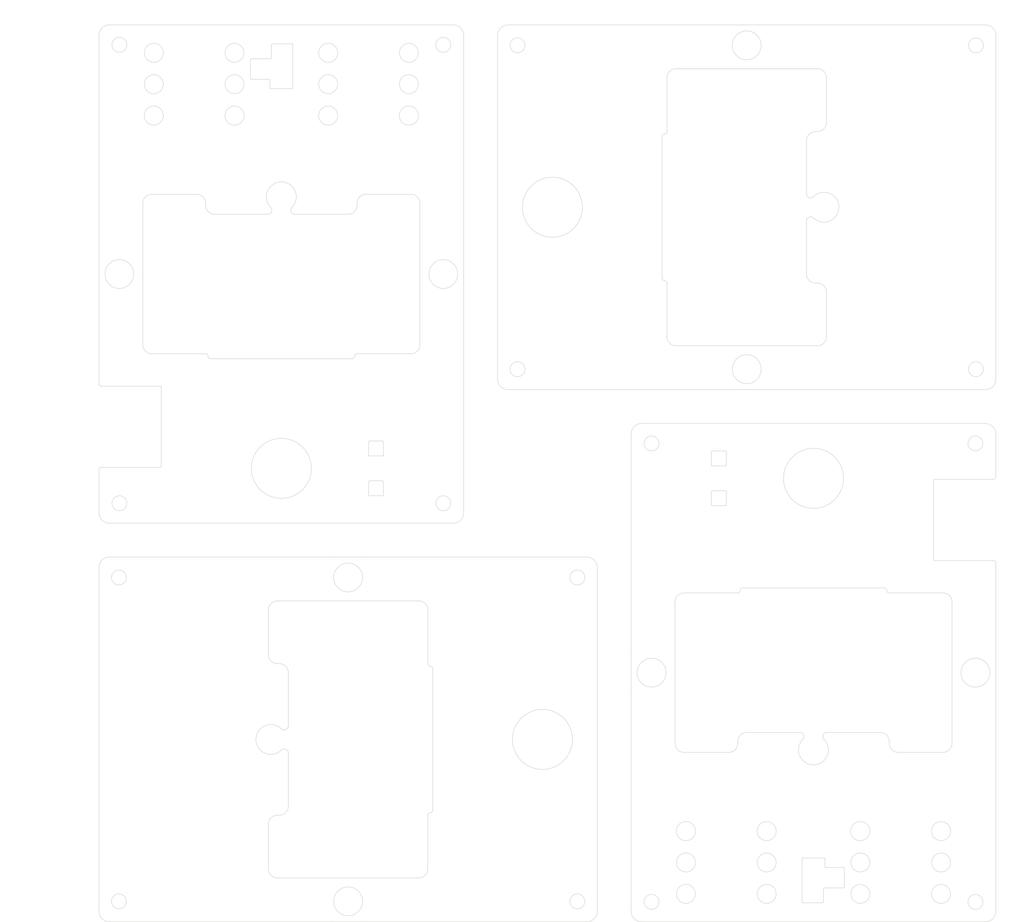
<source format=kicad_pcb>
(kicad_pcb (version 20171130) (host pcbnew "(5.1.6)-1")

  (general
    (thickness 1.6)
    (drawings 375)
    (tracks 0)
    (zones 0)
    (modules 0)
    (nets 1)
  )

  (page A4)
  (layers
    (0 F.Cu signal)
    (31 B.Cu signal)
    (32 B.Adhes user)
    (33 F.Adhes user)
    (34 B.Paste user)
    (35 F.Paste user)
    (36 B.SilkS user)
    (37 F.SilkS user)
    (38 B.Mask user)
    (39 F.Mask user)
    (40 Dwgs.User user)
    (41 Cmts.User user)
    (42 Eco1.User user)
    (43 Eco2.User user)
    (44 Edge.Cuts user)
    (45 Margin user)
    (46 B.CrtYd user)
    (47 F.CrtYd user)
    (48 B.Fab user)
    (49 F.Fab user)
  )

  (setup
    (last_trace_width 0.25)
    (user_trace_width 0.3)
    (user_trace_width 0.4)
    (user_trace_width 0.5)
    (user_trace_width 0.75)
    (user_trace_width 1)
    (user_trace_width 2)
    (user_trace_width 3)
    (user_trace_width 0.3)
    (user_trace_width 0.4)
    (user_trace_width 0.5)
    (user_trace_width 0.75)
    (user_trace_width 1)
    (user_trace_width 2)
    (user_trace_width 3)
    (user_trace_width 0.3)
    (user_trace_width 0.4)
    (user_trace_width 0.5)
    (user_trace_width 0.75)
    (user_trace_width 1)
    (user_trace_width 2)
    (user_trace_width 3)
    (user_trace_width 0.3)
    (user_trace_width 0.4)
    (user_trace_width 0.5)
    (user_trace_width 0.75)
    (user_trace_width 1)
    (user_trace_width 2)
    (user_trace_width 3)
    (user_trace_width 0.3)
    (user_trace_width 0.4)
    (user_trace_width 0.5)
    (user_trace_width 0.75)
    (user_trace_width 1)
    (user_trace_width 2)
    (user_trace_width 3)
    (user_trace_width 0.3)
    (user_trace_width 0.4)
    (user_trace_width 0.5)
    (user_trace_width 0.75)
    (user_trace_width 1)
    (user_trace_width 2)
    (user_trace_width 3)
    (user_trace_width 0.3)
    (user_trace_width 0.4)
    (user_trace_width 0.5)
    (user_trace_width 0.75)
    (user_trace_width 1)
    (user_trace_width 2)
    (user_trace_width 3)
    (user_trace_width 0.3)
    (user_trace_width 0.4)
    (user_trace_width 0.5)
    (user_trace_width 0.75)
    (user_trace_width 1)
    (user_trace_width 2)
    (user_trace_width 3)
    (user_trace_width 0.3)
    (user_trace_width 0.4)
    (user_trace_width 0.5)
    (user_trace_width 0.75)
    (user_trace_width 1)
    (user_trace_width 2)
    (user_trace_width 3)
    (user_trace_width 0.3)
    (user_trace_width 0.4)
    (user_trace_width 0.5)
    (user_trace_width 0.75)
    (user_trace_width 1)
    (user_trace_width 2)
    (user_trace_width 3)
    (user_trace_width 0.3)
    (user_trace_width 0.4)
    (user_trace_width 0.5)
    (user_trace_width 0.75)
    (user_trace_width 1)
    (user_trace_width 2)
    (user_trace_width 3)
    (user_trace_width 0.3)
    (user_trace_width 0.4)
    (user_trace_width 0.5)
    (user_trace_width 0.75)
    (user_trace_width 1)
    (user_trace_width 2)
    (user_trace_width 3)
    (user_trace_width 0.3)
    (user_trace_width 0.4)
    (user_trace_width 0.5)
    (user_trace_width 0.75)
    (user_trace_width 1)
    (user_trace_width 2)
    (user_trace_width 3)
    (user_trace_width 0.3)
    (user_trace_width 0.4)
    (user_trace_width 0.5)
    (user_trace_width 0.75)
    (user_trace_width 1)
    (user_trace_width 2)
    (user_trace_width 3)
    (user_trace_width 0.3)
    (user_trace_width 0.4)
    (user_trace_width 0.5)
    (user_trace_width 0.75)
    (user_trace_width 1)
    (user_trace_width 2)
    (user_trace_width 3)
    (user_trace_width 0.3)
    (user_trace_width 0.4)
    (user_trace_width 0.5)
    (user_trace_width 0.75)
    (user_trace_width 1)
    (user_trace_width 2)
    (user_trace_width 3)
    (trace_clearance 0.2)
    (zone_clearance 0.5)
    (zone_45_only yes)
    (trace_min 0.16)
    (via_size 0.8)
    (via_drill 0.4)
    (via_min_size 0.4)
    (via_min_drill 0.3)
    (user_via 0.65 0.3)
    (user_via 0.65 0.3)
    (user_via 0.65 0.3)
    (user_via 0.65 0.3)
    (user_via 0.65 0.3)
    (user_via 0.65 0.3)
    (user_via 0.65 0.3)
    (user_via 0.65 0.3)
    (user_via 0.65 0.3)
    (user_via 0.65 0.3)
    (user_via 0.65 0.3)
    (user_via 0.65 0.3)
    (user_via 0.65 0.3)
    (user_via 0.65 0.3)
    (user_via 0.65 0.3)
    (user_via 0.65 0.3)
    (uvia_size 0.3)
    (uvia_drill 0.1)
    (uvias_allowed no)
    (uvia_min_size 0.2)
    (uvia_min_drill 0.1)
    (edge_width 0.1)
    (segment_width 0.2)
    (pcb_text_width 0.3)
    (pcb_text_size 1.5 1.5)
    (mod_edge_width 0.15)
    (mod_text_size 1 1)
    (mod_text_width 0.15)
    (pad_size 5.5 5.5)
    (pad_drill 3.2)
    (pad_to_mask_clearance 0.05)
    (aux_axis_origin 110.9 49)
    (grid_origin 110.9 49)
    (visible_elements 7FFFFFFF)
    (pcbplotparams
      (layerselection 0x01000_7ffffffe)
      (usegerberextensions false)
      (usegerberattributes false)
      (usegerberadvancedattributes false)
      (creategerberjobfile false)
      (excludeedgelayer true)
      (linewidth 0.100000)
      (plotframeref false)
      (viasonmask false)
      (mode 1)
      (useauxorigin true)
      (hpglpennumber 1)
      (hpglpenspeed 20)
      (hpglpendiameter 15.000000)
      (psnegative false)
      (psa4output false)
      (plotreference true)
      (plotvalue true)
      (plotinvisibletext false)
      (padsonsilk false)
      (subtractmaskfromsilk true)
      (outputformat 3)
      (mirror false)
      (drillshape 0)
      (scaleselection 1)
      (outputdirectory "アクリル/"))
  )

  (net 0 "")

  (net_class Default "これはデフォルトのネット クラスです。"
    (clearance 0.2)
    (trace_width 0.25)
    (via_dia 0.8)
    (via_drill 0.4)
    (uvia_dia 0.3)
    (uvia_drill 0.1)
  )

  (dimension 180 (width 0.15) (layer Cmts.User)
    (gr_text "180.000 mm" (at 295.2 139 270) (layer Cmts.User)
      (effects (font (size 1 1) (thickness 0.15)))
    )
    (feature1 (pts (xy 113 229) (xy 294.486421 229)))
    (feature2 (pts (xy 113 49) (xy 294.486421 49)))
    (crossbar (pts (xy 293.9 49) (xy 293.9 229)))
    (arrow1a (pts (xy 293.9 229) (xy 293.313579 227.873496)))
    (arrow1b (pts (xy 293.9 229) (xy 294.486421 227.873496)))
    (arrow2a (pts (xy 293.9 49) (xy 293.313579 50.126504)))
    (arrow2b (pts (xy 293.9 49) (xy 294.486421 50.126504)))
  )
  (dimension 180 (width 0.15) (layer Cmts.User)
    (gr_text "180.000 mm" (at 200.9 44.7) (layer Cmts.User)
      (effects (font (size 1 1) (thickness 0.15)))
    )
    (feature1 (pts (xy 110.9 226.9) (xy 110.9 45.413579)))
    (feature2 (pts (xy 290.9 226.9) (xy 290.9 45.413579)))
    (crossbar (pts (xy 290.9 46) (xy 110.9 46)))
    (arrow1a (pts (xy 110.9 46) (xy 112.026504 45.413579)))
    (arrow1b (pts (xy 110.9 46) (xy 112.026504 46.586421)))
    (arrow2a (pts (xy 290.9 46) (xy 289.773496 45.413579)))
    (arrow2b (pts (xy 290.9 46) (xy 289.773496 46.586421)))
  )
  (gr_line (start 236.6 145.5) (end 234 145.5) (layer Edge.Cuts) (width 0.1) (tstamp 600B9F5F))
  (gr_line (start 234 142.5) (end 236.6 142.5) (layer Edge.Cuts) (width 0.1) (tstamp 600B9F5E))
  (gr_line (start 236.8 137.3) (end 236.8 134.7) (layer Edge.Cuts) (width 0.1) (tstamp 600B9F5D))
  (gr_arc (start 234 137.3) (end 233.8 137.3) (angle -90) (layer Edge.Cuts) (width 0.1) (tstamp 600B9F5C))
  (gr_line (start 236.6 134.5) (end 234 134.5) (layer Edge.Cuts) (width 0.1) (tstamp 600B9F5B))
  (gr_line (start 234 137.5) (end 236.6 137.5) (layer Edge.Cuts) (width 0.1) (tstamp 600B9F5A))
  (gr_arc (start 234 142.7) (end 234 142.5) (angle -90) (layer Edge.Cuts) (width 0.1) (tstamp 600B9F59))
  (gr_line (start 236.8 142.7) (end 236.8 145.3) (layer Edge.Cuts) (width 0.1) (tstamp 600B9F58))
  (gr_arc (start 236.6 137.3) (end 236.6 137.5) (angle -90) (layer Edge.Cuts) (width 0.1) (tstamp 600B9F57))
  (gr_line (start 233.8 134.7) (end 233.8 137.3) (layer Edge.Cuts) (width 0.1) (tstamp 600B9F56))
  (gr_arc (start 236.6 142.7) (end 236.8 142.7) (angle -90) (layer Edge.Cuts) (width 0.1) (tstamp 600B9F55))
  (gr_arc (start 278.6 156.3) (end 278.4 156.3) (angle -90) (layer Edge.Cuts) (width 0.1) (tstamp 600B9F54))
  (gr_arc (start 240.9 118.1) (end 238 118.1) (angle -180) (layer Edge.Cuts) (width 0.1) (tstamp 600B9F53))
  (gr_arc (start 201.9 85.6) (end 202.4 91.6) (angle -350.4727166) (layer Edge.Cuts) (width 0.1) (tstamp 600B9F52))
  (gr_line (start 233.8 145.3) (end 233.8 142.7) (layer Edge.Cuts) (width 0.1) (tstamp 600B9F51))
  (gr_arc (start 278.6 140.4) (end 278.6 140.2) (angle -90) (layer Edge.Cuts) (width 0.1) (tstamp 600B9F50))
  (gr_arc (start 236.6 145.3) (end 236.6 145.5) (angle -90) (layer Edge.Cuts) (width 0.1) (tstamp 600B9F4F))
  (gr_arc (start 234 145.3) (end 233.8 145.3) (angle -90) (layer Edge.Cuts) (width 0.1) (tstamp 600B9F4E))
  (gr_arc (start 236.6 134.7) (end 236.8 134.7) (angle -90) (layer Edge.Cuts) (width 0.1) (tstamp 600B9F4D))
  (gr_arc (start 234 134.7) (end 234 134.5) (angle -90) (layer Edge.Cuts) (width 0.1) (tstamp 600B9F4C))
  (gr_circle (center 279.9 210.8) (end 281.8 210.6) (layer Edge.Cuts) (width 0.1) (tstamp 600B9F4B))
  (gr_circle (center 286.8 225) (end 285.3 225) (layer Edge.Cuts) (width 0.1) (tstamp 600B9F4A))
  (gr_circle (center 279.9 223.4) (end 281.8 223.3) (layer Edge.Cuts) (width 0.1) (tstamp 600B9F49))
  (gr_line (start 290.4 156.5) (end 278.6 156.5) (layer Edge.Cuts) (width 0.1) (tstamp 600B9F48))
  (gr_arc (start 288.8 226.9) (end 288.8 229) (angle -90) (layer Edge.Cuts) (width 0.1) (tstamp 600B9F47))
  (gr_circle (center 263.7 217.1) (end 265.6 217) (layer Edge.Cuts) (width 0.1) (tstamp 600B9F46))
  (gr_arc (start 288.8 131.1) (end 290.9 131.1) (angle -90) (layer Edge.Cuts) (width 0.1) (tstamp 600B9F45))
  (gr_arc (start 219.8 131.1) (end 219.8 129) (angle -90) (layer Edge.Cuts) (width 0.1) (tstamp 600B9F44))
  (gr_arc (start 219.8 226.9) (end 217.7 226.9) (angle -90) (layer Edge.Cuts) (width 0.1) (tstamp 600B9F43))
  (gr_line (start 219.8 229) (end 288.8 229) (layer Edge.Cuts) (width 0.1) (tstamp 600B9F42))
  (gr_line (start 271.3 195) (end 280.3 195) (layer Edge.Cuts) (width 0.1) (tstamp 600B9F41))
  (gr_circle (center 221.8 133) (end 220.3 133) (layer Edge.Cuts) (width 0.1) (tstamp 600B9F40))
  (gr_line (start 268.5 162) (end 240.1 162) (layer Edge.Cuts) (width 0.1) (tstamp 600B9F3F))
  (gr_line (start 290.9 139.7) (end 290.9 131.1) (layer Edge.Cuts) (width 0.1) (tstamp 600B9F3E))
  (gr_line (start 239.1 163) (end 228.3 163) (layer Edge.Cuts) (width 0.1) (tstamp 600B9F3D))
  (gr_circle (center 263.7 210.8) (end 265.6 210.5) (layer Edge.Cuts) (width 0.1) (tstamp 600B9F3C))
  (gr_line (start 288.8 129) (end 219.8 129) (layer Edge.Cuts) (width 0.1) (tstamp 600B9F3B))
  (gr_line (start 251.599999 191.00002) (end 240.9 191) (layer Edge.Cuts) (width 0.1) (tstamp 600B9F3A))
  (gr_circle (center 279.9 217.1) (end 281.8 217) (layer Edge.Cuts) (width 0.1) (tstamp 600B9F39))
  (gr_line (start 217.7 182.4) (end 217.7 226.9) (layer Edge.Cuts) (width 0.1) (tstamp 600B9F38))
  (gr_line (start 226.5 164.8) (end 226.5 193.2) (layer Edge.Cuts) (width 0.1) (tstamp 600B9F37))
  (gr_line (start 278.6 140.2) (end 290.4 140.2) (layer Edge.Cuts) (width 0.1) (tstamp 600B9F36))
  (gr_arc (start 290.4 157) (end 290.9 157) (angle -90) (layer Edge.Cuts) (width 0.1) (tstamp 600B9F35))
  (gr_line (start 248.3 139.5) (end 248.3 140.5) (layer Edge.Cuts) (width 0.1) (tstamp 600B9F34))
  (gr_line (start 201.4 91.6) (end 202.4 91.6) (layer Edge.Cuts) (width 0.1) (tstamp 600B9F33))
  (gr_line (start 280.3 163) (end 269.5 163) (layer Edge.Cuts) (width 0.1) (tstamp 600B9F32))
  (gr_line (start 193 49) (end 237.5 49) (layer Edge.Cuts) (width 0.1) (tstamp 600B9F31))
  (gr_arc (start 286.8 179) (end 286.8 176.1) (angle -180) (layer Edge.Cuts) (width 0.1) (tstamp 600B9F30))
  (gr_arc (start 254.3 140) (end 248.3 140.5) (angle -350.4727166) (layer Edge.Cuts) (width 0.1) (tstamp 600B9F2F))
  (gr_arc (start 254.3 194.5) (end 251.3 194.5) (angle -180) (layer Edge.Cuts) (width 0.1) (tstamp 600B9F2E))
  (gr_line (start 290.9 157) (end 290.9 175.6) (layer Edge.Cuts) (width 0.1) (tstamp 600B9F2D))
  (gr_line (start 278.4 156.3) (end 278.4 140.4) (layer Edge.Cuts) (width 0.1) (tstamp 600B9F2C))
  (gr_line (start 190.9 120.1) (end 190.9 51.1) (layer Edge.Cuts) (width 0.1) (tstamp 600B9F2B))
  (gr_line (start 288.8 122.2) (end 244.3 122.2) (layer Edge.Cuts) (width 0.1) (tstamp 600B9F2A))
  (gr_line (start 290.9 51.1) (end 290.9 120.1) (layer Edge.Cuts) (width 0.1) (tstamp 600B9F29))
  (gr_line (start 237.5 122.2) (end 193 122.2) (layer Edge.Cuts) (width 0.1) (tstamp 600B9F28))
  (gr_line (start 244.3 49) (end 288.8 49) (layer Edge.Cuts) (width 0.1) (tstamp 600B9F27))
  (gr_line (start 290.9 182.4) (end 290.9 226.9) (layer Edge.Cuts) (width 0.1) (tstamp 600B9F26))
  (gr_line (start 228.3 195) (end 237.3 195) (layer Edge.Cuts) (width 0.1) (tstamp 600B9F25))
  (gr_arc (start 290.4 139.7) (end 290.4 140.2) (angle -90) (layer Edge.Cuts) (width 0.1) (tstamp 600B9F24))
  (gr_line (start 239.1 193.2) (end 239.1 192.8) (layer Edge.Cuts) (width 0.1) (tstamp 600B9F23))
  (gr_arc (start 221.8 179) (end 221.8 181.9) (angle -180) (layer Edge.Cuts) (width 0.1) (tstamp 600B9F22))
  (gr_circle (center 221.8 225) (end 220.3 225) (layer Edge.Cuts) (width 0.1) (tstamp 600B9F21))
  (gr_line (start 257 191) (end 267.7 191) (layer Edge.Cuts) (width 0.1) (tstamp 600B9F20))
  (gr_line (start 269.5 192.8) (end 269.5 193.2) (layer Edge.Cuts) (width 0.1) (tstamp 600B9F1F))
  (gr_circle (center 286.8 133) (end 288.3 133) (layer Edge.Cuts) (width 0.1) (tstamp 600B9F1E))
  (gr_line (start 217.7 175.6) (end 217.7 131.1) (layer Edge.Cuts) (width 0.1) (tstamp 600B9F1D))
  (gr_line (start 282.1 193.2) (end 282.1 164.8) (layer Edge.Cuts) (width 0.1) (tstamp 600B9F1C))
  (gr_circle (center 286.9 118.1) (end 286.9 119.6) (layer Edge.Cuts) (width 0.1) (tstamp 600B9F1B))
  (gr_circle (center 194.9 53.1) (end 194.9 51.6) (layer Edge.Cuts) (width 0.1) (tstamp 600B9F1A))
  (gr_circle (center 286.9 53.1) (end 286.9 54.6) (layer Edge.Cuts) (width 0.1) (tstamp 600B9F19))
  (gr_arc (start 193 51.1) (end 193 49) (angle -90) (layer Edge.Cuts) (width 0.1) (tstamp 600B9F18))
  (gr_arc (start 193 120.1) (end 190.9 120.1) (angle -90) (layer Edge.Cuts) (width 0.1) (tstamp 600B9F17))
  (gr_arc (start 288.8 51.1) (end 290.9 51.1) (angle -90) (layer Edge.Cuts) (width 0.1) (tstamp 600B9F16))
  (gr_circle (center 194.9 118.1) (end 194.9 119.6) (layer Edge.Cuts) (width 0.1) (tstamp 600B9F15))
  (gr_arc (start 288.8 120.1) (end 288.8 122.2) (angle -90) (layer Edge.Cuts) (width 0.1) (tstamp 600B9F14))
  (gr_line (start 256.9 68.6) (end 256.9 59.6) (layer Edge.Cuts) (width 0.1) (tstamp 600B9F13))
  (gr_line (start 223.9 71.4) (end 223.9 99.8) (layer Edge.Cuts) (width 0.1) (tstamp 600B9F12))
  (gr_line (start 224.9 59.6) (end 224.9 70.4) (layer Edge.Cuts) (width 0.1) (tstamp 600B9F11))
  (gr_arc (start 240.9 53.1) (end 238 53.1) (angle -180) (layer Edge.Cuts) (width 0.1) (tstamp 600B9F10))
  (gr_arc (start 240.9 118.1) (end 243.8 118.1) (angle -180) (layer Edge.Cuts) (width 0.1) (tstamp 600B9F0F))
  (gr_line (start 255.1 57.8) (end 226.7 57.8) (layer Edge.Cuts) (width 0.1) (tstamp 600B9F0E))
  (gr_arc (start 256.4 85.6) (end 256.4 88.6) (angle -180) (layer Edge.Cuts) (width 0.1) (tstamp 600B9F0D))
  (gr_line (start 224.9 100.8) (end 224.9 111.6) (layer Edge.Cuts) (width 0.1) (tstamp 600B9F0C))
  (gr_arc (start 240.9 53.1) (end 243.8 53.1) (angle -180) (layer Edge.Cuts) (width 0.1) (tstamp 600B9F0B))
  (gr_line (start 252.90002 88.300001) (end 252.9 99) (layer Edge.Cuts) (width 0.1) (tstamp 600B9F0A))
  (gr_line (start 252.9 82.9) (end 252.9 72.2) (layer Edge.Cuts) (width 0.1) (tstamp 600B9F09))
  (gr_arc (start 256.5 222.4) (end 256.5 222.2) (angle -90) (layer Edge.Cuts) (width 0.1) (tstamp 600B9F08))
  (gr_circle (center 228.7 210.8) (end 230.6 210.5) (layer Edge.Cuts) (width 0.1) (tstamp 600B9F07))
  (gr_circle (center 244.9 210.8) (end 246.8 210.6) (layer Edge.Cuts) (width 0.1) (tstamp 600B9F06))
  (gr_circle (center 228.7 223.4) (end 230.6 223.4) (layer Edge.Cuts) (width 0.1) (tstamp 600B9F05))
  (gr_line (start 256.1 225.2) (end 252.2 225.2) (layer Edge.Cuts) (width 0.1) (tstamp 600B9F04))
  (gr_arc (start 286.8 179) (end 286.8 181.9) (angle -180) (layer Edge.Cuts) (width 0.1) (tstamp 600B9F03))
  (gr_line (start 290.9 182.4) (end 290.9 175.6) (layer Edge.Cuts) (width 0.1) (tstamp 600B9F02))
  (gr_arc (start 221.8 179) (end 221.8 176.1) (angle -180) (layer Edge.Cuts) (width 0.1) (tstamp 600B9F01))
  (gr_line (start 256.6 216.4) (end 256.6 217.9) (layer Edge.Cuts) (width 0.1) (tstamp 600B9F00))
  (gr_line (start 252 225) (end 252 216.4) (layer Edge.Cuts) (width 0.1) (tstamp 600B9EFF))
  (gr_line (start 217.7 182.4) (end 217.7 175.6) (layer Edge.Cuts) (width 0.1) (tstamp 600B9EFE))
  (gr_line (start 237.5 49) (end 244.3 49) (layer Edge.Cuts) (width 0.1) (tstamp 600B9EFD))
  (gr_line (start 260.3 222.2) (end 256.5 222.2) (layer Edge.Cuts) (width 0.1) (tstamp 600B9EFC))
  (gr_line (start 256.3 222.4) (end 256.3 225) (layer Edge.Cuts) (width 0.1) (tstamp 600B9EFB))
  (gr_line (start 252.2 216.2) (end 256.4 216.2) (layer Edge.Cuts) (width 0.1) (tstamp 600B9EFA))
  (gr_line (start 256.8 218.1) (end 260.3 218.1) (layer Edge.Cuts) (width 0.1) (tstamp 600B9EF9))
  (gr_arc (start 256.1 225) (end 256.1 225.2) (angle -90) (layer Edge.Cuts) (width 0.1) (tstamp 600B9EF8))
  (gr_line (start 260.5 218.3) (end 260.5 222) (layer Edge.Cuts) (width 0.1) (tstamp 600B9EF7))
  (gr_circle (center 263.7 223.4) (end 265.6 223.4) (layer Edge.Cuts) (width 0.1) (tstamp 600B9EF6))
  (gr_circle (center 228.7 217.1) (end 230.6 217) (layer Edge.Cuts) (width 0.1) (tstamp 600B9EF5))
  (gr_circle (center 244.9 223.4) (end 246.8 223.3) (layer Edge.Cuts) (width 0.1) (tstamp 600B9EF4))
  (gr_circle (center 244.9 217.1) (end 246.8 217) (layer Edge.Cuts) (width 0.1) (tstamp 600B9EF3))
  (gr_line (start 244.3 122.2) (end 237.5 122.2) (layer Edge.Cuts) (width 0.1) (tstamp 600B9EF2))
  (gr_arc (start 254.7 72.2) (end 254.7 70.4) (angle -90) (layer Edge.Cuts) (width 0.1) (tstamp 600B9EF1))
  (gr_arc (start 255.1 102.6) (end 256.9 102.6) (angle -90) (layer Edge.Cuts) (width 0.1) (tstamp 600B9EF0))
  (gr_line (start 256.9 111.6) (end 256.9 102.6) (layer Edge.Cuts) (width 0.1) (tstamp 600B9EEF))
  (gr_arc (start 253.7 82.9) (end 252.9 82.9) (angle -119.7448813) (layer Edge.Cuts) (width 0.1) (tstamp 600B9EEE))
  (gr_line (start 254.096911 83.594595) (end 254.27868 83.47868) (layer Edge.Cuts) (width 0.1) (tstamp 600B9EED))
  (gr_line (start 226.7 113.4) (end 255.1 113.4) (layer Edge.Cuts) (width 0.1) (tstamp 600B9EEC))
  (gr_arc (start 254.7 99) (end 252.9 99) (angle -90) (layer Edge.Cuts) (width 0.1) (tstamp 600B9EEB))
  (gr_arc (start 224.4 71.4) (end 224.4 70.9) (angle -90) (layer Edge.Cuts) (width 0.1) (tstamp 600B9EEA))
  (gr_arc (start 253.7 88.305405) (end 254.094611 87.609503) (angle -119.1683184) (layer Edge.Cuts) (width 0.1) (tstamp 600B9EE9))
  (gr_line (start 252.178681 192.378681) (end 252.290497 192.194611) (layer Edge.Cuts) (width 0.1) (tstamp 600B9EE8))
  (gr_arc (start 256.4 85.6) (end 254.278681 87.721319) (angle -45) (layer Edge.Cuts) (width 0.1) (tstamp 600B9EE7))
  (gr_arc (start 224.4 100.8) (end 224.9 100.8) (angle -90) (layer Edge.Cuts) (width 0.1) (tstamp 600B9EE6))
  (gr_arc (start 226.7 59.6) (end 226.7 57.8) (angle -90) (layer Edge.Cuts) (width 0.1) (tstamp 600B9EE5))
  (gr_arc (start 255.1 111.6) (end 255.1 113.4) (angle -90) (layer Edge.Cuts) (width 0.1) (tstamp 600B9EE4))
  (gr_line (start 254.278681 87.721319) (end 254.094611 87.609503) (layer Edge.Cuts) (width 0.1) (tstamp 600B9EE3))
  (gr_line (start 255.1 100.8) (end 254.7 100.8) (layer Edge.Cuts) (width 0.1) (tstamp 600B9EE2))
  (gr_arc (start 224.4 99.8) (end 223.9 99.8) (angle -90) (layer Edge.Cuts) (width 0.1) (tstamp 600B9EE1))
  (gr_arc (start 256.4 85.6) (end 256.4 82.6) (angle -45) (layer Edge.Cuts) (width 0.1) (tstamp 600B9EE0))
  (gr_arc (start 224.4 70.4) (end 224.4 70.9) (angle -90) (layer Edge.Cuts) (width 0.1) (tstamp 600B9EDF))
  (gr_line (start 254.7 70.4) (end 255.1 70.4) (layer Edge.Cuts) (width 0.1) (tstamp 600B9EDE))
  (gr_arc (start 255.1 68.6) (end 255.1 70.4) (angle -90) (layer Edge.Cuts) (width 0.1) (tstamp 600B9EDD))
  (gr_arc (start 226.7 111.6) (end 224.9 111.6) (angle -90) (layer Edge.Cuts) (width 0.1) (tstamp 600B9EDC))
  (gr_arc (start 255.1 59.6) (end 256.9 59.6) (angle -90) (layer Edge.Cuts) (width 0.1) (tstamp 600B9EDB))
  (gr_arc (start 257 191.8) (end 257 191) (angle -119.7448813) (layer Edge.Cuts) (width 0.1) (tstamp 600B9EDA))
  (gr_line (start 256.305405 192.196911) (end 256.42132 192.37868) (layer Edge.Cuts) (width 0.1) (tstamp 600B9ED9))
  (gr_arc (start 240.9 192.8) (end 240.9 191) (angle -90) (layer Edge.Cuts) (width 0.1) (tstamp 600B9ED8))
  (gr_arc (start 269.5 162.5) (end 269 162.5) (angle -90) (layer Edge.Cuts) (width 0.1) (tstamp 600B9ED7))
  (gr_arc (start 268.5 162.5) (end 269 162.5) (angle -90) (layer Edge.Cuts) (width 0.1) (tstamp 600B9ED6))
  (gr_arc (start 267.7 192.8) (end 269.5 192.8) (angle -90) (layer Edge.Cuts) (width 0.1) (tstamp 600B9ED5))
  (gr_arc (start 254.3 194.5) (end 252.178681 192.378681) (angle -45) (layer Edge.Cuts) (width 0.1) (tstamp 600B9ED4))
  (gr_arc (start 240.1 162.5) (end 240.1 162) (angle -90) (layer Edge.Cuts) (width 0.1) (tstamp 600B9ED3))
  (gr_arc (start 251.594595 191.8) (end 252.290497 192.194611) (angle -119.1683184) (layer Edge.Cuts) (width 0.1) (tstamp 600B9ED2))
  (gr_arc (start 271.3 193.2) (end 269.5 193.2) (angle -90) (layer Edge.Cuts) (width 0.1) (tstamp 600B9ED1))
  (gr_arc (start 252.2 225) (end 252 225) (angle -90) (layer Edge.Cuts) (width 0.1) (tstamp 600B9ED0))
  (gr_arc (start 254.3 194.5) (end 257.3 194.5) (angle -45) (layer Edge.Cuts) (width 0.1) (tstamp 600B9ECF))
  (gr_arc (start 252.2 216.4) (end 252.2 216.2) (angle -90) (layer Edge.Cuts) (width 0.1) (tstamp 600B9ECE))
  (gr_arc (start 256.4 216.4) (end 256.6 216.4) (angle -90) (layer Edge.Cuts) (width 0.1) (tstamp 600B9ECD))
  (gr_arc (start 256.8 217.9) (end 256.6 217.9) (angle -90) (layer Edge.Cuts) (width 0.1) (tstamp 600B9ECC))
  (gr_arc (start 260.3 218.3) (end 260.5 218.3) (angle -90) (layer Edge.Cuts) (width 0.1) (tstamp 600B9ECB))
  (gr_arc (start 260.3 222) (end 260.3 222.2) (angle -90) (layer Edge.Cuts) (width 0.1) (tstamp 600B9ECA))
  (gr_arc (start 237.3 193.2) (end 237.3 195) (angle -90) (layer Edge.Cuts) (width 0.1) (tstamp 600B9EC9))
  (gr_arc (start 280.3 193.2) (end 280.3 195) (angle -90) (layer Edge.Cuts) (width 0.1) (tstamp 600B9EC8))
  (gr_arc (start 280.3 164.8) (end 282.1 164.8) (angle -90) (layer Edge.Cuts) (width 0.1) (tstamp 600B9EC7))
  (gr_arc (start 228.3 164.8) (end 228.3 163) (angle -90) (layer Edge.Cuts) (width 0.1) (tstamp 600B9EC6))
  (gr_arc (start 239.1 162.5) (end 239.1 163) (angle -90) (layer Edge.Cuts) (width 0.1) (tstamp 600B9EC5))
  (gr_arc (start 228.3 193.2) (end 226.5 193.2) (angle -90) (layer Edge.Cuts) (width 0.1) (tstamp 600B9EC4))
  (dimension 100 (width 0.15) (layer Dwgs.User)
    (gr_text "100.000 mm" (at 107.6 99 270) (layer Dwgs.User)
      (effects (font (size 1 1) (thickness 0.15)))
    )
    (feature1 (pts (xy 113 149) (xy 108.313579 149)))
    (feature2 (pts (xy 113 49) (xy 108.313579 49)))
    (crossbar (pts (xy 108.9 49) (xy 108.9 149)))
    (arrow1a (pts (xy 108.9 149) (xy 108.313579 147.873496)))
    (arrow1b (pts (xy 108.9 149) (xy 109.486421 147.873496)))
    (arrow2a (pts (xy 108.9 49) (xy 108.313579 50.126504)))
    (arrow2b (pts (xy 108.9 49) (xy 109.486421 50.126504)))
  )
  (dimension 73.2 (width 0.15) (layer Dwgs.User)
    (gr_text "73.200 mm" (at 107.6 192.4 90) (layer Dwgs.User)
      (effects (font (size 1 1) (thickness 0.15)))
    )
    (feature1 (pts (xy 113 155.8) (xy 108.313579 155.8)))
    (feature2 (pts (xy 113 229) (xy 108.313579 229)))
    (crossbar (pts (xy 108.9 229) (xy 108.9 155.8)))
    (arrow1a (pts (xy 108.9 155.8) (xy 109.486421 156.926504)))
    (arrow1b (pts (xy 108.9 155.8) (xy 108.313579 156.926504)))
    (arrow2a (pts (xy 108.9 229) (xy 109.486421 227.873496)))
    (arrow2b (pts (xy 108.9 229) (xy 108.313579 227.873496)))
  )
  (dimension 73.2 (width 0.15) (layer Dwgs.User)
    (gr_text "73.200 mm" (at 147.5 45.7) (layer Dwgs.User)
      (effects (font (size 1 1) (thickness 0.15)))
    )
    (feature1 (pts (xy 184.1 51.1) (xy 184.1 46.413579)))
    (feature2 (pts (xy 110.9 51.1) (xy 110.9 46.413579)))
    (crossbar (pts (xy 110.9 47) (xy 184.1 47)))
    (arrow1a (pts (xy 184.1 47) (xy 182.973496 47.586421)))
    (arrow1b (pts (xy 184.1 47) (xy 182.973496 46.413579)))
    (arrow2a (pts (xy 110.9 47) (xy 112.026504 47.586421)))
    (arrow2b (pts (xy 110.9 47) (xy 112.026504 46.413579)))
  )
  (gr_line (start 200.4 186.4) (end 199.4 186.4) (layer Edge.Cuts) (width 0.1) (tstamp 5FFFA387))
  (gr_line (start 153.5 138.5) (end 153.5 137.5) (layer Edge.Cuts) (width 0.1) (tstamp 5FFFA386))
  (dimension 4 (width 0.15) (layer Dwgs.User)
    (gr_text "4.000 mm" (at 165.2 140 270) (layer Dwgs.User)
      (effects (font (size 1 1) (thickness 0.15)))
    )
    (feature1 (pts (xy 166.5 142) (xy 165.913579 142)))
    (feature2 (pts (xy 166.5 138) (xy 165.913579 138)))
    (crossbar (pts (xy 166.5 138) (xy 166.5 142)))
    (arrow1a (pts (xy 166.5 142) (xy 165.913579 140.873496)))
    (arrow1b (pts (xy 166.5 142) (xy 167.086421 140.873496)))
    (arrow2a (pts (xy 166.5 138) (xy 165.913579 139.126504)))
    (arrow2b (pts (xy 166.5 138) (xy 167.086421 139.126504)))
  )
  (dimension 4 (width 0.15) (layer Dwgs.User)
    (gr_text "4.000 mm" (at 167.8 136 90) (layer Dwgs.User)
      (effects (font (size 1 1) (thickness 0.15)))
    )
    (feature1 (pts (xy 166.5 134) (xy 167.086421 134)))
    (feature2 (pts (xy 166.5 138) (xy 167.086421 138)))
    (crossbar (pts (xy 166.5 138) (xy 166.5 134)))
    (arrow1a (pts (xy 166.5 134) (xy 167.086421 135.126504)))
    (arrow1b (pts (xy 166.5 134) (xy 165.913579 135.126504)))
    (arrow2a (pts (xy 166.5 138) (xy 167.086421 136.873496)))
    (arrow2b (pts (xy 166.5 138) (xy 165.913579 136.873496)))
  )
  (dimension 19 (width 0.15) (layer Dwgs.User)
    (gr_text "19.000 mm" (at 157 139.3) (layer Dwgs.User)
      (effects (font (size 1 1) (thickness 0.15)))
    )
    (feature1 (pts (xy 166.5 138) (xy 166.5 138.586421)))
    (feature2 (pts (xy 147.5 138) (xy 147.5 138.586421)))
    (crossbar (pts (xy 147.5 138) (xy 166.5 138)))
    (arrow1a (pts (xy 166.5 138) (xy 165.373496 138.586421)))
    (arrow1b (pts (xy 166.5 138) (xy 165.373496 137.413579)))
    (arrow2a (pts (xy 147.5 138) (xy 148.626504 138.586421)))
    (arrow2b (pts (xy 147.5 138) (xy 148.626504 137.413579)))
  )
  (gr_arc (start 123.2 137.6) (end 123.2 137.8) (angle -90) (layer Edge.Cuts) (width 0.1))
  (gr_arc (start 123.2 121.7) (end 123.4 121.7) (angle -90) (layer Edge.Cuts) (width 0.1))
  (gr_arc (start 167.8 140.7) (end 168 140.7) (angle -90) (layer Edge.Cuts) (width 0.1))
  (gr_arc (start 167.8 143.3) (end 167.8 143.5) (angle -90) (layer Edge.Cuts) (width 0.1))
  (gr_arc (start 165.2 143.3) (end 165 143.3) (angle -90) (layer Edge.Cuts) (width 0.1))
  (gr_arc (start 165.2 140.7) (end 165.2 140.5) (angle -90) (layer Edge.Cuts) (width 0.1))
  (gr_arc (start 167.8 132.7) (end 168 132.7) (angle -90) (layer Edge.Cuts) (width 0.1))
  (gr_arc (start 167.8 135.3) (end 167.8 135.5) (angle -90) (layer Edge.Cuts) (width 0.1))
  (gr_arc (start 165.2 135.3) (end 165 135.3) (angle -90) (layer Edge.Cuts) (width 0.1))
  (gr_arc (start 165.2 132.7) (end 165.2 132.5) (angle -90) (layer Edge.Cuts) (width 0.1))
  (gr_line (start 167.8 140.5) (end 165.2 140.5) (layer Edge.Cuts) (width 0.1))
  (gr_line (start 168 143.3) (end 168 140.7) (layer Edge.Cuts) (width 0.1))
  (gr_line (start 165.2 143.5) (end 167.8 143.5) (layer Edge.Cuts) (width 0.1))
  (gr_line (start 165 140.7) (end 165 143.3) (layer Edge.Cuts) (width 0.1))
  (gr_line (start 167.8 135.5) (end 165.2 135.5) (layer Edge.Cuts) (width 0.1))
  (gr_line (start 168 132.7) (end 168 135.3) (layer Edge.Cuts) (width 0.1))
  (gr_line (start 165.2 132.5) (end 167.8 132.5) (layer Edge.Cuts) (width 0.1))
  (gr_line (start 165 135.3) (end 165 132.7) (layer Edge.Cuts) (width 0.1))
  (gr_arc (start 199.9 192.4) (end 199.4 186.4) (angle -350.4727166) (layer Edge.Cuts) (width 0.1) (tstamp 5F34CA4B))
  (gr_line (start 200.6 192.4) (end 199.2 192.4) (layer Dwgs.User) (width 0.15))
  (gr_line (start 199.9 192.4) (end 199.9 191.6) (layer Dwgs.User) (width 0.15))
  (gr_line (start 199.9 192.4) (end 199.9 193.1) (layer Dwgs.User) (width 0.15))
  (gr_arc (start 160.9 159.9) (end 163.8 159.9) (angle -180) (layer Edge.Cuts) (width 0.1))
  (gr_arc (start 160.9 159.9) (end 158 159.9) (angle -180) (layer Edge.Cuts) (width 0.1) (tstamp 5EF18507))
  (gr_arc (start 160.9 224.9) (end 158 224.9) (angle -180) (layer Edge.Cuts) (width 0.1))
  (gr_arc (start 160.9 224.9) (end 163.8 224.9) (angle -180) (layer Edge.Cuts) (width 0.1) (tstamp 5EF18527))
  (gr_line (start 176.9 218.4) (end 176.9 207.6) (layer Edge.Cuts) (width 0.1) (tstamp 5EFDA2CA))
  (gr_line (start 144.9 209.4) (end 144.9 218.4) (layer Edge.Cuts) (width 0.1) (tstamp 5EFDA2C9))
  (gr_arc (start 145.4 192.4) (end 145.4 189.4) (angle -180) (layer Edge.Cuts) (width 0.1) (tstamp 5EFDA2C8))
  (gr_line (start 148.9 195.1) (end 148.9 205.8) (layer Edge.Cuts) (width 0.1) (tstamp 5EFDA2C7))
  (gr_line (start 177.9 206.6) (end 177.9 178.2) (layer Edge.Cuts) (width 0.1) (tstamp 5EFDA2C6))
  (gr_line (start 148.89998 189.699999) (end 148.9 179) (layer Edge.Cuts) (width 0.1) (tstamp 5EFDA2C3))
  (gr_line (start 146.7 220.2) (end 175.1 220.2) (layer Edge.Cuts) (width 0.1) (tstamp 5EFDA2C2))
  (gr_line (start 176.9 177.2) (end 176.9 166.4) (layer Edge.Cuts) (width 0.1) (tstamp 5EFDA2C1))
  (gr_line (start 146.7 177.2) (end 147.1 177.2) (layer Edge.Cuts) (width 0.1) (tstamp 5EFDA2C0))
  (gr_line (start 175.1 164.6) (end 146.7 164.6) (layer Edge.Cuts) (width 0.1) (tstamp 5EFDA2BF))
  (gr_line (start 147.1 207.6) (end 146.7 207.6) (layer Edge.Cuts) (width 0.1) (tstamp 5EFDA2BE))
  (gr_line (start 144.9 166.4) (end 144.9 175.4) (layer Edge.Cuts) (width 0.1) (tstamp 5EFDA2BD))
  (gr_arc (start 146.7 218.4) (end 144.9 218.4) (angle -90) (layer Edge.Cuts) (width 0.1) (tstamp 5EFDA2BA))
  (gr_arc (start 147.1 179) (end 148.9 179) (angle -90) (layer Edge.Cuts) (width 0.1) (tstamp 5EFDA2B9))
  (gr_arc (start 147.1 205.8) (end 147.1 207.6) (angle -90) (layer Edge.Cuts) (width 0.1) (tstamp 5EFDA2B8))
  (gr_arc (start 175.1 166.4) (end 176.9 166.4) (angle -90) (layer Edge.Cuts) (width 0.1) (tstamp 5EFDA2B7))
  (gr_arc (start 146.7 175.4) (end 144.9 175.4) (angle -90) (layer Edge.Cuts) (width 0.1) (tstamp 5EFDA2B6))
  (gr_arc (start 146.7 166.4) (end 146.7 164.6) (angle -90) (layer Edge.Cuts) (width 0.1) (tstamp 5EFDA2B5))
  (gr_arc (start 175.1 218.4) (end 175.1 220.2) (angle -90) (layer Edge.Cuts) (width 0.1) (tstamp 5EFDA2B4))
  (gr_arc (start 146.7 209.4) (end 146.7 207.6) (angle -90) (layer Edge.Cuts) (width 0.1) (tstamp 5EFDA2B3))
  (gr_arc (start 148.1 189.694595) (end 147.705389 190.390497) (angle -119.1683184) (layer Edge.Cuts) (width 0.1) (tstamp 5EFDA2B2))
  (gr_line (start 147.521319 190.278681) (end 147.705389 190.390497) (layer Edge.Cuts) (width 0.1) (tstamp 5EFDA2B1))
  (gr_line (start 147.703089 194.405405) (end 147.52132 194.52132) (layer Edge.Cuts) (width 0.1) (tstamp 5EFDA2B0))
  (gr_arc (start 177.4 206.6) (end 177.4 207.1) (angle -90) (layer Edge.Cuts) (width 0.1) (tstamp 5EFDA2AF))
  (gr_arc (start 177.4 207.6) (end 177.4 207.1) (angle -90) (layer Edge.Cuts) (width 0.1) (tstamp 5EFDA2AE))
  (gr_arc (start 145.4 192.4) (end 145.4 195.4) (angle -45) (layer Edge.Cuts) (width 0.1) (tstamp 5EFDA2AD))
  (gr_arc (start 148.1 195.1) (end 148.9 195.1) (angle -119.7448813) (layer Edge.Cuts) (width 0.1) (tstamp 5EFDA2AC))
  (gr_arc (start 177.4 177.2) (end 176.9 177.2) (angle -90) (layer Edge.Cuts) (width 0.1) (tstamp 5EFDA2AB))
  (gr_arc (start 177.4 178.2) (end 177.9 178.2) (angle -90) (layer Edge.Cuts) (width 0.1) (tstamp 5EFDA2AA))
  (gr_arc (start 145.4 192.4) (end 147.521319 190.278681) (angle -45) (layer Edge.Cuts) (width 0.1) (tstamp 5EFDA2A9))
  (gr_line (start 149.621319 85.621319) (end 149.509503 85.805389) (layer Edge.Cuts) (width 0.1) (tstamp 5EFDA17B))
  (gr_arc (start 150.205405 86.2) (end 149.509503 85.805389) (angle -119.1683184) (layer Edge.Cuts) (width 0.1))
  (gr_line (start 145.494595 85.803089) (end 145.37868 85.62132) (layer Edge.Cuts) (width 0.1) (tstamp 5EFDA15F))
  (gr_arc (start 144.8 86.2) (end 144.8 87) (angle -119.7448813) (layer Edge.Cuts) (width 0.1))
  (gr_arc (start 162.7 115.5) (end 162.7 115) (angle -90) (layer Edge.Cuts) (width 0.1) (tstamp 5EFDA146))
  (gr_arc (start 161.7 115.5) (end 161.7 116) (angle -90) (layer Edge.Cuts) (width 0.1) (tstamp 5EFDA145))
  (gr_arc (start 133.3 115.5) (end 132.8 115.5) (angle -90) (layer Edge.Cuts) (width 0.1))
  (gr_arc (start 132.3 115.5) (end 132.8 115.5) (angle -90) (layer Edge.Cuts) (width 0.1))
  (gr_arc (start 147.5 83.5) (end 149.621319 85.621319) (angle -45) (layer Edge.Cuts) (width 0.1))
  (gr_arc (start 147.5 83.5) (end 144.5 83.5) (angle -45) (layer Edge.Cuts) (width 0.1))
  (gr_arc (start 160.9 85.2) (end 160.9 87) (angle -90) (layer Edge.Cuts) (width 0.1) (tstamp 5EFDA11E))
  (gr_arc (start 134.1 85.2) (end 132.3 85.2) (angle -90) (layer Edge.Cuts) (width 0.1) (tstamp 5EFDA106))
  (gr_arc (start 130.5 84.8) (end 132.3 84.8) (angle -90) (layer Edge.Cuts) (width 0.1) (tstamp 5EFDA101))
  (gr_arc (start 164.5 84.8) (end 164.5 83) (angle -90) (layer Edge.Cuts) (width 0.1) (tstamp 5EFDA0FE))
  (gr_arc (start 173.5 84.8) (end 175.3 84.8) (angle -90) (layer Edge.Cuts) (width 0.1) (tstamp 5EFDA0FB))
  (gr_arc (start 173.5 113.2) (end 173.5 115) (angle -90) (layer Edge.Cuts) (width 0.1) (tstamp 5EFDA0F8))
  (gr_arc (start 121.5 113.2) (end 119.7 113.2) (angle -90) (layer Edge.Cuts) (width 0.1) (tstamp 5EFDA0F5))
  (gr_arc (start 121.5 84.8) (end 121.5 83) (angle -90) (layer Edge.Cuts) (width 0.1))
  (gr_arc (start 141.5 56) (end 141.5 55.8) (angle -90) (layer Edge.Cuts) (width 0.1))
  (gr_arc (start 141.5 59.7) (end 141.3 59.7) (angle -90) (layer Edge.Cuts) (width 0.1))
  (gr_arc (start 145 60.1) (end 145.2 60.1) (angle -90) (layer Edge.Cuts) (width 0.1))
  (gr_arc (start 145.4 61.6) (end 145.2 61.6) (angle -90) (layer Edge.Cuts) (width 0.1))
  (gr_arc (start 149.6 61.6) (end 149.6 61.8) (angle -90) (layer Edge.Cuts) (width 0.1))
  (gr_arc (start 149.6 53) (end 149.8 53) (angle -90) (layer Edge.Cuts) (width 0.1))
  (gr_arc (start 145.7 53) (end 145.7 52.8) (angle -90) (layer Edge.Cuts) (width 0.1))
  (gr_arc (start 145.3 55.6) (end 145.3 55.8) (angle -90) (layer Edge.Cuts) (width 0.1))
  (gr_line (start 141.3 59.7) (end 141.3 56) (layer Edge.Cuts) (width 0.1) (tstamp 5EF2AC67))
  (gr_line (start 145 59.9) (end 141.5 59.9) (layer Edge.Cuts) (width 0.1))
  (gr_line (start 145.2 61.6) (end 145.2 60.1) (layer Edge.Cuts) (width 0.1))
  (gr_line (start 149.6 61.8) (end 145.4 61.8) (layer Edge.Cuts) (width 0.1))
  (gr_line (start 149.8 53) (end 149.8 61.6) (layer Edge.Cuts) (width 0.1))
  (gr_line (start 145.7 52.8) (end 149.6 52.8) (layer Edge.Cuts) (width 0.1))
  (gr_line (start 145.5 55.6) (end 145.5 53) (layer Edge.Cuts) (width 0.1))
  (gr_line (start 141.5 55.8) (end 145.3 55.8) (layer Edge.Cuts) (width 0.1))
  (gr_line (start 157.5 155.8) (end 164.3 155.8) (layer Edge.Cuts) (width 0.1) (tstamp 5EF29E6C))
  (gr_line (start 164.3 229) (end 157.5 229) (layer Edge.Cuts) (width 0.1) (tstamp 5EF29E25))
  (gr_line (start 184.1 95.6) (end 184.1 102.4) (layer Edge.Cuts) (width 0.1) (tstamp 5EF29E23))
  (gr_arc (start 180 99) (end 180 101.9) (angle -180) (layer Edge.Cuts) (width 0.1))
  (gr_line (start 110.9 95.6) (end 110.9 102.4) (layer Edge.Cuts) (width 0.1) (tstamp 5EF29DF1))
  (gr_arc (start 115 99) (end 115 96.1) (angle -180) (layer Edge.Cuts) (width 0.1))
  (gr_circle (center 173.1 54.6) (end 171.2 54.6) (layer Edge.Cuts) (width 0.1) (tstamp 5EF19E55))
  (gr_circle (center 156.9 67.2) (end 155 67.4) (layer Edge.Cuts) (width 0.1) (tstamp 5EF19E54))
  (gr_circle (center 156.9 54.6) (end 155 54.7) (layer Edge.Cuts) (width 0.1) (tstamp 5EF19E53))
  (gr_circle (center 173.1 67.2) (end 171.2 67.5) (layer Edge.Cuts) (width 0.1) (tstamp 5EF19E52))
  (gr_circle (center 156.9 60.9) (end 155 61) (layer Edge.Cuts) (width 0.1) (tstamp 5EF19E51))
  (gr_circle (center 173.1 60.9) (end 171.2 61) (layer Edge.Cuts) (width 0.1) (tstamp 5EF19E50))
  (gr_circle (center 138.1 54.6) (end 136.2 54.6) (layer Edge.Cuts) (width 0.1))
  (gr_circle (center 138.1 60.9) (end 136.2 61) (layer Edge.Cuts) (width 0.1))
  (gr_circle (center 138.1 67.2) (end 136.2 67.5) (layer Edge.Cuts) (width 0.1))
  (gr_circle (center 121.9 67.2) (end 120 67.4) (layer Edge.Cuts) (width 0.1))
  (gr_circle (center 121.9 60.9) (end 120 61) (layer Edge.Cuts) (width 0.1))
  (gr_circle (center 121.9 54.6) (end 120 54.7) (layer Edge.Cuts) (width 0.1))
  (gr_line (start 182 49) (end 113 49) (layer Edge.Cuts) (width 0.1) (tstamp 5EF167F8))
  (gr_arc (start 113 51.1) (end 113 49) (angle -90) (layer Edge.Cuts) (width 0.1))
  (gr_line (start 184.1 95.6) (end 184.1 51.1) (layer Edge.Cuts) (width 0.1) (tstamp 5EF167F2))
  (gr_arc (start 182 146.9) (end 182 149) (angle -90) (layer Edge.Cuts) (width 0.1) (tstamp 5EF182D1))
  (gr_arc (start 182 51.1) (end 184.1 51.1) (angle -90) (layer Edge.Cuts) (width 0.1) (tstamp 5EF182B7))
  (gr_arc (start 113 146.9) (end 110.9 146.9) (angle -90) (layer Edge.Cuts) (width 0.1) (tstamp 5EF182C4))
  (gr_line (start 150.200001 86.99998) (end 160.9 87) (layer Edge.Cuts) (width 0.1) (tstamp 5EF16DDD))
  (gr_line (start 111.4 121.5) (end 123.2 121.5) (layer Edge.Cuts) (width 0.1))
  (gr_circle (center 115 53) (end 116.5 53) (layer Edge.Cuts) (width 0.1))
  (gr_arc (start 111.4 121) (end 110.9 121) (angle -90) (layer Edge.Cuts) (width 0.1))
  (gr_line (start 123.2 137.8) (end 111.4 137.8) (layer Edge.Cuts) (width 0.1))
  (gr_circle (center 180 145) (end 181.5 145) (layer Edge.Cuts) (width 0.1))
  (gr_line (start 175.3 113.2) (end 175.3 84.8) (layer Edge.Cuts) (width 0.1))
  (gr_line (start 113 149) (end 182 149) (layer Edge.Cuts) (width 0.1) (tstamp 5EF172C2))
  (gr_line (start 162.7 115) (end 173.5 115) (layer Edge.Cuts) (width 0.1))
  (gr_line (start 110.9 138.3) (end 110.9 146.9) (layer Edge.Cuts) (width 0.1) (tstamp 5EF178ED))
  (gr_line (start 133.3 116) (end 161.7 116) (layer Edge.Cuts) (width 0.1))
  (gr_line (start 130.5 83) (end 121.5 83) (layer Edge.Cuts) (width 0.1))
  (gr_line (start 123.4 121.7) (end 123.4 137.6) (layer Edge.Cuts) (width 0.1))
  (gr_line (start 110.9 95.6) (end 110.9 51.1) (layer Edge.Cuts) (width 0.1) (tstamp 5EF16E12))
  (gr_line (start 162.7 84.8) (end 162.7 85.2) (layer Edge.Cuts) (width 0.1))
  (gr_line (start 119.7 84.8) (end 119.7 113.2) (layer Edge.Cuts) (width 0.1))
  (gr_line (start 121.5 115) (end 132.3 115) (layer Edge.Cuts) (width 0.1))
  (gr_line (start 132.3 85.2) (end 132.3 84.8) (layer Edge.Cuts) (width 0.1))
  (gr_line (start 144.8 87) (end 134.1 87) (layer Edge.Cuts) (width 0.1))
  (gr_arc (start 111.4 138.3) (end 111.4 137.8) (angle -90) (layer Edge.Cuts) (width 0.1))
  (gr_line (start 110.9 121) (end 110.9 102.4) (layer Edge.Cuts) (width 0.1) (tstamp 5EF16E0B))
  (gr_circle (center 180 53) (end 181.5 53) (layer Edge.Cuts) (width 0.1))
  (gr_line (start 173.5 83) (end 164.5 83) (layer Edge.Cuts) (width 0.1))
  (gr_circle (center 115 145) (end 113.5 145) (layer Edge.Cuts) (width 0.1))
  (gr_arc (start 147.5 138) (end 153.5 137.5) (angle -350.4727166) (layer Edge.Cuts) (width 0.1))
  (gr_line (start 184.1 102.4) (end 184.1 146.9) (layer Edge.Cuts) (width 0.1) (tstamp 5EF16DFF))
  (gr_arc (start 147.5 83.5) (end 150.5 83.5) (angle -180) (layer Edge.Cuts) (width 0.1))
  (gr_arc (start 180 99) (end 180 96.1) (angle -180) (layer Edge.Cuts) (width 0.1))
  (gr_arc (start 115 99) (end 115 101.9) (angle -180) (layer Edge.Cuts) (width 0.1))
  (gr_line (start 157.5 229) (end 113 229) (layer Edge.Cuts) (width 0.1) (tstamp 5EF1834C))
  (gr_line (start 208.8 229) (end 164.3 229) (layer Edge.Cuts) (width 0.1))
  (gr_line (start 164.3 155.8) (end 208.8 155.8) (layer Edge.Cuts) (width 0.1) (tstamp 5EF1833B))
  (gr_line (start 113 155.8) (end 157.5 155.8) (layer Edge.Cuts) (width 0.1))
  (gr_line (start 110.9 226.9) (end 110.9 157.9) (layer Edge.Cuts) (width 0.1) (tstamp 5EF18327))
  (gr_line (start 210.9 157.9) (end 210.9 226.9) (layer Edge.Cuts) (width 0.1) (tstamp 5EF1831F))
  (gr_arc (start 208.8 226.9) (end 208.8 229) (angle -90) (layer Edge.Cuts) (width 0.1) (tstamp 5EF182F2))
  (gr_arc (start 113 226.9) (end 110.9 226.9) (angle -90) (layer Edge.Cuts) (width 0.1) (tstamp 5EF182EA))
  (gr_arc (start 113 157.9) (end 113 155.8) (angle -90) (layer Edge.Cuts) (width 0.1) (tstamp 5EF182E3))
  (gr_arc (start 208.8 157.9) (end 210.9 157.9) (angle -90) (layer Edge.Cuts) (width 0.1) (tstamp 5EF182DD))
  (gr_circle (center 206.9 159.9) (end 206.9 158.4) (layer Edge.Cuts) (width 0.1) (tstamp 5EF18583))
  (gr_circle (center 114.9 159.9) (end 114.9 158.4) (layer Edge.Cuts) (width 0.1) (tstamp 5EF18582))
  (gr_circle (center 206.9 224.9) (end 206.9 226.4) (layer Edge.Cuts) (width 0.1) (tstamp 5EF1857D))
  (gr_circle (center 114.9 224.9) (end 114.9 223.4) (layer Edge.Cuts) (width 0.1) (tstamp 5EF18577))
  (gr_circle (center 126 91) (end 122.5 90.95) (layer Dwgs.User) (width 0.15))
  (gr_line (start 130.5 93.5) (end 130.5 88.5) (layer Dwgs.User) (width 0.15) (tstamp 5EED8B54))
  (gr_line (start 164.5 109.5) (end 181 109.5) (layer Dwgs.User) (width 0.15))
  (gr_line (start 164.5 104.5) (end 164.5 109.5) (layer Dwgs.User) (width 0.15))
  (gr_line (start 176 104.5) (end 164.5 104.5) (layer Dwgs.User) (width 0.15))
  (gr_line (start 176 103) (end 176 104.5) (layer Dwgs.User) (width 0.15))
  (gr_line (start 181 88.5) (end 180 88.5) (layer Dwgs.User) (width 0.15) (tstamp 5EEC7D2B))
  (gr_line (start 176 93.5) (end 176 95) (layer Dwgs.User) (width 0.15) (tstamp 5EEC7D2A))
  (gr_line (start 164.5 93.5) (end 176 93.5) (layer Dwgs.User) (width 0.15))
  (gr_line (start 164.5 88.5) (end 164.5 93.5) (layer Dwgs.User) (width 0.15))
  (gr_line (start 180 88.5) (end 164.5 88.5) (layer Dwgs.User) (width 0.15))
  (gr_line (start 119 103) (end 119 104.5) (layer Dwgs.User) (width 0.15) (tstamp 5EEC7D26))
  (gr_line (start 130.5 109.5) (end 114 109.5) (layer Dwgs.User) (width 0.15))
  (gr_line (start 130.5 104.5) (end 130.5 109.5) (layer Dwgs.User) (width 0.15))
  (gr_line (start 119 104.5) (end 130.5 104.5) (layer Dwgs.User) (width 0.15))
  (gr_line (start 130.5 88.5) (end 114 88.5) (layer Dwgs.User) (width 0.15))
  (gr_line (start 126 93.5) (end 130.5 93.5) (layer Dwgs.User) (width 0.15))
  (gr_line (start 119 93.5) (end 119 95) (layer Dwgs.User) (width 0.15) (tstamp 5EEC7D25))
  (gr_line (start 126 93.5) (end 119 93.5) (layer Dwgs.User) (width 0.15))
  (gr_line (start 124.5 121.5) (end 124.5 141) (layer Dwgs.User) (width 0.15) (tstamp 5EDE6C6F))
  (gr_line (start 114 118.5) (end 127.5 118.5) (layer Dwgs.User) (width 0.15))
  (gr_line (start 127.5 146) (end 127.5 118.5) (layer Dwgs.User) (width 0.15))
  (gr_line (start 124.5 121.5) (end 114 121.5) (layer Dwgs.User) (width 0.15))
  (gr_line (start 119 141) (end 124.5 141) (layer Dwgs.User) (width 0.15))
  (gr_line (start 111 99) (end 184 99) (layer Dwgs.User) (width 0.15))
  (gr_line (start 114 141) (end 114 130) (layer Dwgs.User) (width 0.15) (tstamp 5EC77A6E))
  (gr_line (start 119 141) (end 119 146) (layer Dwgs.User) (width 0.15))
  (gr_line (start 114 141) (end 119 141) (layer Dwgs.User) (width 0.15))
  (gr_line (start 176 141) (end 181 141) (layer Dwgs.User) (width 0.15))
  (gr_line (start 176 146) (end 176 141) (layer Dwgs.User) (width 0.15))
  (gr_line (start 176 103) (end 181 103) (layer Dwgs.User) (width 0.15))
  (gr_line (start 176 95) (end 176 103) (layer Dwgs.User) (width 0.15))
  (gr_line (start 181 95) (end 176 95) (layer Dwgs.User) (width 0.15))
  (gr_line (start 119 103) (end 114 103) (layer Dwgs.User) (width 0.15))
  (gr_line (start 119 95) (end 119 103) (layer Dwgs.User) (width 0.15))
  (gr_line (start 114 95) (end 119 95) (layer Dwgs.User) (width 0.15))
  (gr_line (start 181 141) (end 181 130) (layer Dwgs.User) (width 0.15) (tstamp 5EC765D5))
  (gr_line (start 181 130) (end 146 130) (layer Dwgs.User) (width 0.15) (tstamp 5EC75C1F))
  (gr_line (start 114 127) (end 181 127) (layer Dwgs.User) (width 0.15))
  (gr_line (start 146 130) (end 114 130) (layer Dwgs.User) (width 0.15))
  (gr_line (start 181 95) (end 181 75) (layer Dwgs.User) (width 0.15) (tstamp 5EC75B5A))
  (gr_line (start 181 127) (end 181 103) (layer Dwgs.User) (width 0.15))
  (gr_line (start 119 146) (end 176 146) (layer Dwgs.User) (width 0.15))
  (gr_line (start 114 103) (end 114 127) (layer Dwgs.User) (width 0.15))
  (gr_line (start 114 75) (end 114 95) (layer Dwgs.User) (width 0.15))
  (gr_line (start 176 57) (end 176 49) (layer Dwgs.User) (width 0.15))
  (gr_line (start 181 57) (end 176 57) (layer Dwgs.User) (width 0.15))
  (gr_line (start 181 75) (end 181 57) (layer Dwgs.User) (width 0.15))
  (gr_line (start 114 57) (end 114 75) (layer Dwgs.User) (width 0.15))
  (gr_line (start 119 57) (end 114 57) (layer Dwgs.User) (width 0.15))
  (gr_line (start 119 49) (end 119 57) (layer Dwgs.User) (width 0.15))
  (dimension 50 (width 0.15) (layer Dwgs.User)
    (gr_text "50.000 mm" (at 94.7 74 270) (layer Dwgs.User)
      (effects (font (size 1 1) (thickness 0.15)))
    )
    (feature1 (pts (xy 111 99) (xy 95.413579 99)))
    (feature2 (pts (xy 111 49) (xy 95.413579 49)))
    (crossbar (pts (xy 96 49) (xy 96 99)))
    (arrow1a (pts (xy 96 99) (xy 95.413579 97.873496)))
    (arrow1b (pts (xy 96 99) (xy 96.586421 97.873496)))
    (arrow2a (pts (xy 96 49) (xy 95.413579 50.126504)))
    (arrow2b (pts (xy 96 49) (xy 96.586421 50.126504)))
  )

)

</source>
